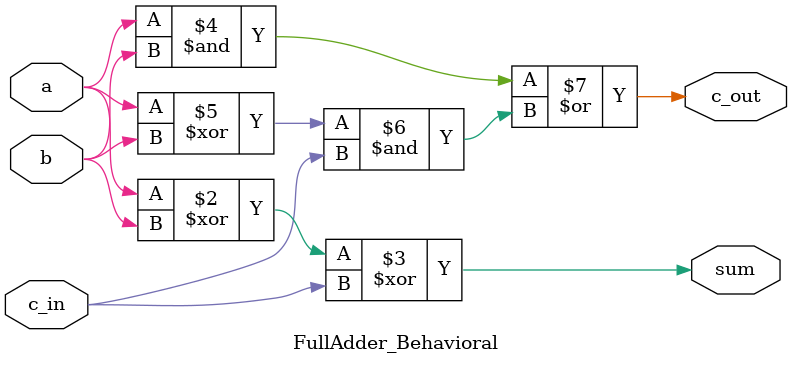
<source format=v>


module FullAdder_Behavioral(a, b, c_in, sum, c_out);
	
	input a, b, c_in; 
	output reg sum, c_out;
	
	always @(a, b, c_in)
	begin
		sum = ((a ^ b) ^ c_in);
		c_out = ((a & b) | ((a ^ b) & c_in));
	end
	
endmodule

</source>
